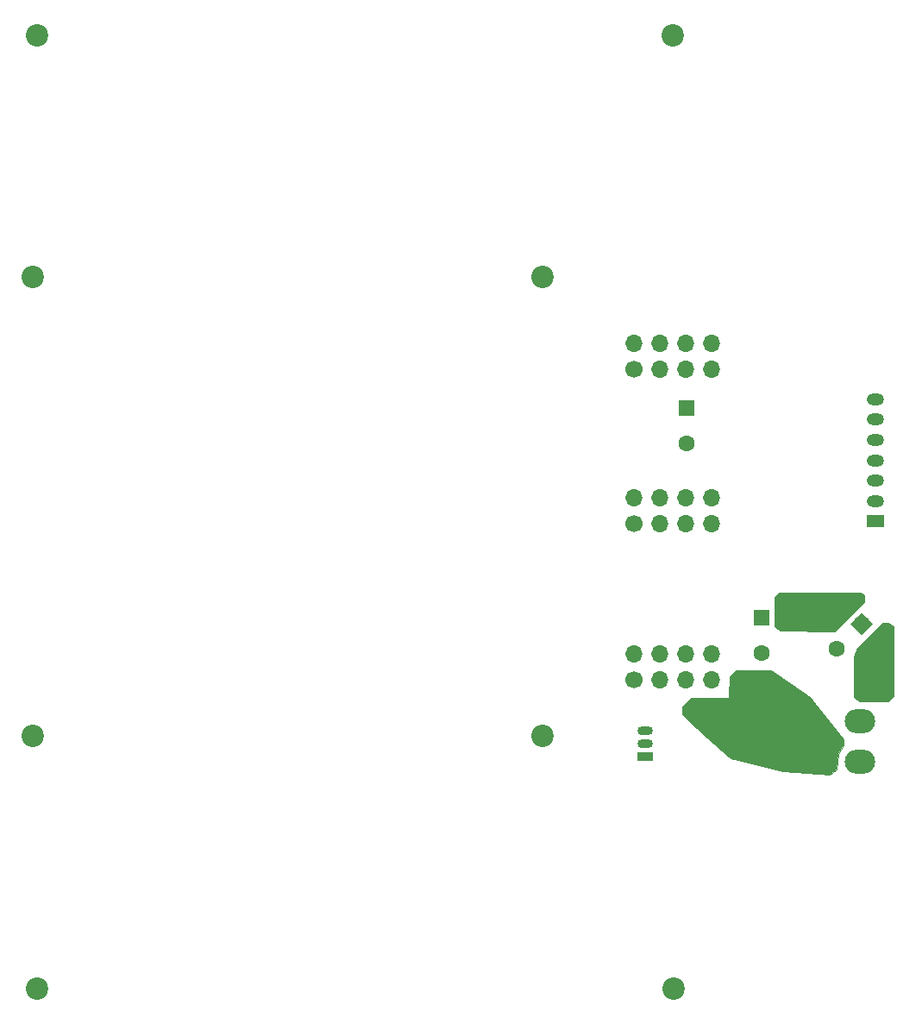
<source format=gbr>
G04 #@! TF.GenerationSoftware,KiCad,Pcbnew,(5.1.2)-2*
G04 #@! TF.CreationDate,2019-09-12T15:30:06+01:00*
G04 #@! TF.ProjectId,DCStepDown,44435374-6570-4446-9f77-6e2e6b696361,rev?*
G04 #@! TF.SameCoordinates,Original*
G04 #@! TF.FileFunction,Soldermask,Bot*
G04 #@! TF.FilePolarity,Negative*
%FSLAX46Y46*%
G04 Gerber Fmt 4.6, Leading zero omitted, Abs format (unit mm)*
G04 Created by KiCad (PCBNEW (5.1.2)-2) date 2019-09-12 15:30:06*
%MOMM*%
%LPD*%
G04 APERTURE LIST*
%ADD10C,0.100000*%
%ADD11O,3.000000X2.350000*%
%ADD12R,1.600000X1.600000*%
%ADD13C,1.600000*%
%ADD14C,2.200000*%
%ADD15C,1.700000*%
%ADD16O,1.700000X1.700000*%
%ADD17R,1.700000X1.200000*%
%ADD18O,1.700000X1.200000*%
%ADD19O,1.500000X0.900000*%
%ADD20R,1.500000X0.900000*%
G04 APERTURE END LIST*
D10*
G36*
X153425000Y-119600000D02*
G01*
X157300000Y-122200000D01*
X160600000Y-126325000D01*
X160600000Y-126950000D01*
X160025000Y-127775000D01*
X159850000Y-129325000D01*
X159225000Y-129825000D01*
X154600000Y-129525000D01*
X149475000Y-128250000D01*
X146675000Y-125775000D01*
X144725000Y-123925000D01*
X144700000Y-123100000D01*
X145650000Y-122275000D01*
X149325000Y-122250000D01*
X149350000Y-120200000D01*
X149975000Y-119575000D01*
X153425000Y-119600000D01*
G37*
X153425000Y-119600000D02*
X157300000Y-122200000D01*
X160600000Y-126325000D01*
X160600000Y-126950000D01*
X160025000Y-127775000D01*
X159850000Y-129325000D01*
X159225000Y-129825000D01*
X154600000Y-129525000D01*
X149475000Y-128250000D01*
X146675000Y-125775000D01*
X144725000Y-123925000D01*
X144700000Y-123100000D01*
X145650000Y-122275000D01*
X149325000Y-122250000D01*
X149350000Y-120200000D01*
X149975000Y-119575000D01*
X153425000Y-119600000D01*
G36*
X162600000Y-112250000D02*
G01*
X162625000Y-112875000D01*
X159725000Y-115750000D01*
X154275000Y-115725000D01*
X153825000Y-115300000D01*
X153825000Y-112375000D01*
X154325000Y-111950000D01*
X162225000Y-111950000D01*
X162600000Y-112250000D01*
G37*
X162600000Y-112250000D02*
X162625000Y-112875000D01*
X159725000Y-115750000D01*
X154275000Y-115725000D01*
X153825000Y-115300000D01*
X153825000Y-112375000D01*
X154325000Y-111950000D01*
X162225000Y-111950000D01*
X162600000Y-112250000D01*
G36*
X165500000Y-115250000D02*
G01*
X165500000Y-122150000D01*
X164950000Y-122625000D01*
X162100000Y-122625000D01*
X161575000Y-122175000D01*
X161575000Y-118225000D01*
X161935937Y-117410841D01*
X164375000Y-114950000D01*
X164975000Y-114925000D01*
X165500000Y-115250000D01*
G37*
X165500000Y-115250000D02*
X165500000Y-122150000D01*
X164950000Y-122625000D01*
X162100000Y-122625000D01*
X161575000Y-122175000D01*
X161575000Y-118225000D01*
X161935937Y-117410841D01*
X164375000Y-114950000D01*
X164975000Y-114925000D01*
X165500000Y-115250000D01*
D11*
X162200000Y-128550000D03*
X162200000Y-124590000D03*
D12*
X152550000Y-114375000D03*
D13*
X152550000Y-117875000D03*
D14*
X131000000Y-81000000D03*
X81000000Y-81000000D03*
X81000000Y-126000000D03*
X131000000Y-126000000D03*
X81425000Y-57250000D03*
X81425000Y-150800000D03*
X143850000Y-150800000D03*
X143825000Y-57250000D03*
D13*
X162350000Y-115025000D03*
D10*
G36*
X162350000Y-113893629D02*
G01*
X163481371Y-115025000D01*
X162350000Y-116156371D01*
X161218629Y-115025000D01*
X162350000Y-113893629D01*
X162350000Y-113893629D01*
G37*
D13*
X159875126Y-117499874D03*
D15*
X140000000Y-105150000D03*
D16*
X140000000Y-102610000D03*
X142540000Y-105150000D03*
X142540000Y-102610000D03*
X145080000Y-105150000D03*
X145080000Y-102610000D03*
X147620000Y-105150000D03*
X147620000Y-102610000D03*
D17*
X163675000Y-104975000D03*
D18*
X163675000Y-102975000D03*
X163675000Y-100975000D03*
X163675000Y-98975000D03*
X163675000Y-96975000D03*
X163675000Y-94975000D03*
X163675000Y-92975000D03*
D19*
X141075000Y-126755000D03*
X141075000Y-125485000D03*
D20*
X141075000Y-128025000D03*
D12*
X145150000Y-93850000D03*
D13*
X145150000Y-97350000D03*
D15*
X140000000Y-120500000D03*
D16*
X140000000Y-117960000D03*
X142540000Y-120500000D03*
X142540000Y-117960000D03*
X145080000Y-120500000D03*
X145080000Y-117960000D03*
X147620000Y-120500000D03*
X147620000Y-117960000D03*
D15*
X140000000Y-90000000D03*
D16*
X140000000Y-87460000D03*
X142540000Y-90000000D03*
X142540000Y-87460000D03*
X145080000Y-90000000D03*
X145080000Y-87460000D03*
X147620000Y-90000000D03*
X147620000Y-87460000D03*
M02*

</source>
